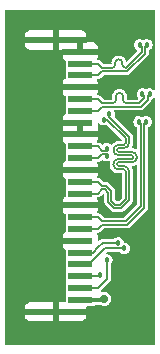
<source format=gbr>
%TF.GenerationSoftware,KiCad,Pcbnew,5.99.0-unknown-a71d856e94~131~ubuntu20.04.1*%
%TF.CreationDate,2021-09-22T11:48:57-07:00*%
%TF.ProjectId,mipi_converter,6d697069-5f63-46f6-9e76-65727465722e,rev?*%
%TF.SameCoordinates,Original*%
%TF.FileFunction,Copper,L2,Bot*%
%TF.FilePolarity,Positive*%
%FSLAX46Y46*%
G04 Gerber Fmt 4.6, Leading zero omitted, Abs format (unit mm)*
G04 Created by KiCad (PCBNEW 5.99.0-unknown-a71d856e94~131~ubuntu20.04.1) date 2021-09-22 11:48:57*
%MOMM*%
%LPD*%
G01*
G04 APERTURE LIST*
%TA.AperFunction,SMDPad,CuDef*%
%ADD10R,2.000000X0.600000*%
%TD*%
%TA.AperFunction,SMDPad,CuDef*%
%ADD11R,4.200000X0.600000*%
%TD*%
%TA.AperFunction,ViaPad*%
%ADD12C,0.457200*%
%TD*%
%TA.AperFunction,ViaPad*%
%ADD13C,0.711200*%
%TD*%
%TA.AperFunction,Conductor*%
%ADD14C,0.127000*%
%TD*%
%TA.AperFunction,Conductor*%
%ADD15C,0.304800*%
%TD*%
%TA.AperFunction,Conductor*%
%ADD16C,0.177800*%
%TD*%
G04 APERTURE END LIST*
D10*
%TO.P,U3,1,3V3*%
%TO.N,+3V3*%
X77875000Y-76950000D03*
%TO.P,U3,2,SDA*%
%TO.N,/I2C_SDA*%
X77875000Y-75950000D03*
%TO.P,U3,3,SCL*%
%TO.N,/I2C_SCL*%
X77875000Y-74950000D03*
%TO.P,U3,4,GPIO*%
%TO.N,/CAM_IN1*%
X77875000Y-73950000D03*
%TO.P,U3,5,ENABLE*%
%TO.N,/CAM_IN0*%
X77875000Y-72950000D03*
%TO.P,U3,6,GND*%
%TO.N,GND*%
X77875000Y-71950000D03*
%TO.P,U3,7,CLK+*%
%TO.N,/CLK_P*%
X77875000Y-70950000D03*
%TO.P,U3,8,CLK-*%
%TO.N,/CLK_N*%
X77875000Y-69950000D03*
%TO.P,U3,9,GND*%
%TO.N,GND*%
X77875000Y-68950000D03*
%TO.P,U3,10,DAT1+*%
%TO.N,/DAT1_P*%
X77875000Y-67950000D03*
%TO.P,U3,11,DAT1-*%
%TO.N,/DAT1_N*%
X77875000Y-66950000D03*
%TO.P,U3,12,GND*%
%TO.N,GND*%
X77875000Y-65950000D03*
%TO.P,U3,13,DAT0+*%
%TO.N,/DAT0_P*%
X77875000Y-64950000D03*
%TO.P,U3,14,DAT0-*%
%TO.N,/DAT0_N*%
X77875000Y-63950000D03*
%TO.P,U3,15,GND*%
%TO.N,GND*%
X77875000Y-62950000D03*
%TO.P,U3,16,GND/PAD*%
X77875000Y-61950000D03*
%TO.P,U3,17,DAT2+*%
%TO.N,/DAT2_P*%
X77875000Y-60950000D03*
%TO.P,U3,18,DAT2-*%
%TO.N,/DAT2_N*%
X77875000Y-59950000D03*
%TO.P,U3,19,GND*%
%TO.N,GND*%
X77875000Y-58950000D03*
%TO.P,U3,20,DAT3+*%
%TO.N,/DAT3_P*%
X77875000Y-57950000D03*
%TO.P,U3,21,DAT3-*%
%TO.N,/DAT3_N*%
X77875000Y-56950000D03*
%TO.P,U3,22,GND*%
%TO.N,GND*%
X77875000Y-55950000D03*
D11*
%TO.P,U3,23,PAD*%
X75775000Y-54950000D03*
X75775000Y-77950000D03*
%TD*%
D12*
%TO.N,GND*%
X73040000Y-74900000D03*
X75360000Y-76230000D03*
%TO.N,/DAT0_P*%
X80090000Y-64754800D03*
%TO.N,/DAT0_N*%
X80090000Y-64145200D03*
%TO.N,/DAT1_P*%
X80315527Y-61254473D03*
%TO.N,/DAT1_N*%
X79884473Y-61685527D03*
%TO.N,/CLK_N*%
X82847127Y-61873899D03*
%TO.N,/CLK_P*%
X83456727Y-61873899D03*
%TO.N,/DAT2_N*%
X83127398Y-59513546D03*
%TO.N,/DAT2_P*%
X83736998Y-59513546D03*
%TO.N,/DAT3_N*%
X82895200Y-55360000D03*
%TO.N,/DAT3_P*%
X83504800Y-55360000D03*
D13*
%TO.N,+3V3*%
X79870000Y-76860000D03*
D12*
%TO.N,/CAM_IN0*%
X81070000Y-72130000D03*
%TO.N,/CAM_IN1*%
X81580000Y-72600000D03*
%TO.N,/I2C_SDA*%
X80110000Y-73570000D03*
%TO.N,/I2C_SCL*%
X79530000Y-74830000D03*
%TD*%
D14*
%TO.N,/DAT3_N*%
X81432134Y-57010300D02*
G75*
G03*
X81732134Y-57310300I300000J0D01*
G01*
X81432134Y-57010300D02*
X81432134Y-56889850D01*
X80482134Y-57310300D02*
X79735301Y-57310300D01*
X81132134Y-56589850D02*
G75*
G02*
X81432134Y-56889850I0J-300000D01*
G01*
X80832134Y-56889850D02*
G75*
G02*
X81132134Y-56589850I300000J0D01*
G01*
X80532134Y-57310300D02*
X80482134Y-57310300D01*
X79375001Y-56950000D02*
X77875000Y-56950000D01*
X80532134Y-57310300D02*
G75*
G03*
X80832134Y-57010300I0J300000D01*
G01*
X82895200Y-55360000D02*
X83060300Y-55525100D01*
X80832134Y-56889850D02*
X80832134Y-57010300D01*
X83060300Y-55525100D02*
X83060300Y-55982134D01*
X83060300Y-55982134D02*
X81732134Y-57310300D01*
X79735301Y-57310300D02*
X79375001Y-56950000D01*
%TO.N,/DAT2_N*%
X83292498Y-59889936D02*
X83292498Y-59678646D01*
X82872134Y-60310300D02*
X83292498Y-59889936D01*
X81790300Y-60310300D02*
X81840300Y-60310300D01*
X81490300Y-59714850D02*
X81490300Y-60010300D01*
X80890300Y-60010300D02*
X80890300Y-59714850D01*
X79735301Y-60310300D02*
X80590300Y-60310300D01*
X80890300Y-60010300D02*
G75*
G02*
X80590300Y-60310300I-300000J0D01*
G01*
X83292498Y-59678646D02*
X83127398Y-59513546D01*
X77875000Y-59950000D02*
X79375001Y-59950000D01*
X79375001Y-59950000D02*
X79735301Y-60310300D01*
X81790300Y-60310300D02*
G75*
G02*
X81490300Y-60010300I0J300000D01*
G01*
X81840300Y-60310300D02*
X82872134Y-60310300D01*
X81490300Y-59714850D02*
G75*
G03*
X81190300Y-59414850I-300000J0D01*
G01*
X81190300Y-59414850D02*
G75*
G03*
X80890300Y-59714850I0J-300000D01*
G01*
%TO.N,/DAT1_N*%
X80668646Y-64269700D02*
G75*
G02*
X81108346Y-63830000I439699J1D01*
G01*
%TO.N,/DAT1_P*%
X79735301Y-67589700D02*
X79375001Y-67950000D01*
X80230300Y-67887866D02*
X79932134Y-67589700D01*
X81560000Y-64430000D02*
X82255677Y-64430000D01*
%TO.N,/DAT1_N*%
X81108346Y-64709400D02*
G75*
G02*
X80668646Y-64269700I-1J439699D01*
G01*
X81560000Y-63830000D02*
G75*
G03*
X81720300Y-63669700I-1J160301D01*
G01*
%TO.N,/DAT1_P*%
X81338612Y-69178954D02*
X80710436Y-69178954D01*
%TO.N,/DAT1_N*%
X81108346Y-65909400D02*
X81560000Y-65909400D01*
%TO.N,/DAT1_P*%
X81999700Y-66069700D02*
X81999700Y-68517866D01*
X81108346Y-65630000D02*
X81560000Y-65630000D01*
X81999700Y-68517866D02*
X81338612Y-69178954D01*
X81999700Y-65309400D02*
X81108346Y-65309400D01*
X80230300Y-68698818D02*
X80230300Y-67887866D01*
X82255677Y-65309400D02*
X81999700Y-65309400D01*
X81560000Y-64109400D02*
G75*
G03*
X81999700Y-63669700I1J439699D01*
G01*
X80948046Y-64269700D02*
G75*
G02*
X81108346Y-64109400I160301J-1D01*
G01*
X81108346Y-65630000D02*
G75*
G02*
X80948046Y-65469700I1J160301D01*
G01*
%TO.N,/DAT1_N*%
X81720300Y-66069700D02*
G75*
G03*
X81560000Y-65909400I-160301J-1D01*
G01*
X82255677Y-65030000D02*
X81999700Y-65030000D01*
%TO.N,/DAT1_P*%
X82651354Y-64825677D02*
G75*
G03*
X82255677Y-64430000I-395677J0D01*
G01*
X80315527Y-61487961D02*
X81999700Y-63172134D01*
X82255677Y-65309400D02*
G75*
G03*
X82651354Y-64913723I0J395677D01*
G01*
X80315527Y-61254473D02*
X80315527Y-61487961D01*
X81999700Y-63172134D02*
X81999700Y-63669700D01*
X80948046Y-65469700D02*
G75*
G02*
X81108346Y-65309400I160301J-1D01*
G01*
X81108346Y-64430000D02*
X81560000Y-64430000D01*
X79375001Y-67950000D02*
X77875000Y-67950000D01*
X79932134Y-67589700D02*
X79735301Y-67589700D01*
X81999700Y-66069700D02*
G75*
G03*
X81560000Y-65630000I-439699J1D01*
G01*
X80710436Y-69178954D02*
X80230300Y-68698818D01*
%TO.N,/DAT1_N*%
X81720300Y-63287866D02*
X81720300Y-63669700D01*
%TO.N,/DAT1_P*%
X82651354Y-64825677D02*
X82651354Y-64913723D01*
%TO.N,/DAT1_N*%
X81999700Y-65030000D02*
X81108346Y-65030000D01*
%TO.N,/DAT1_P*%
X81108346Y-64430000D02*
G75*
G02*
X80948046Y-64269700I1J160301D01*
G01*
X81560000Y-64109400D02*
X81108346Y-64109400D01*
%TO.N,/DAT1_N*%
X79884473Y-61685527D02*
X80117961Y-61685527D01*
X82371954Y-64825677D02*
G75*
G03*
X82255677Y-64709400I-116278J-1D01*
G01*
X82255677Y-65030000D02*
G75*
G03*
X82371954Y-64913723I-1J116278D01*
G01*
X80668646Y-65469700D02*
G75*
G02*
X81108346Y-65030000I439699J1D01*
G01*
X81108346Y-64709400D02*
X81560000Y-64709400D01*
X81108346Y-65909400D02*
G75*
G02*
X80668646Y-65469700I-1J439699D01*
G01*
X80509700Y-68583086D02*
X80509700Y-67772134D01*
X80509700Y-67772134D02*
X80047866Y-67310300D01*
X80117961Y-61685527D02*
X81720300Y-63287866D01*
X81560000Y-63830000D02*
X81108346Y-63830000D01*
X79375001Y-66950000D02*
X77875000Y-66950000D01*
X81560000Y-64709400D02*
X82255677Y-64709400D01*
X82371954Y-64825677D02*
X82371954Y-64913723D01*
X81720300Y-66069700D02*
X81720300Y-68402134D01*
X81720300Y-68402134D02*
X81222880Y-68899554D01*
X81222880Y-68899554D02*
X80826168Y-68899554D01*
X80826168Y-68899554D02*
X80509700Y-68583086D01*
X80047866Y-67310300D02*
X79735301Y-67310300D01*
X79735301Y-67310300D02*
X79375001Y-66950000D01*
%TO.N,/DAT0_N*%
X79375001Y-63950000D02*
X79735301Y-64310300D01*
%TO.N,/DAT0_P*%
X77875000Y-64950000D02*
X79375001Y-64950000D01*
X79375001Y-64950000D02*
X79735301Y-64589700D01*
%TO.N,/DAT0_N*%
X79924900Y-64310300D02*
X80090000Y-64145200D01*
%TO.N,/DAT0_P*%
X79735301Y-64589700D02*
X79924900Y-64589700D01*
X79924900Y-64589700D02*
X80090000Y-64754800D01*
%TO.N,/DAT0_N*%
X77875000Y-63950000D02*
X79375001Y-63950000D01*
X79735301Y-64310300D02*
X79924900Y-64310300D01*
%TO.N,/CLK_P*%
X77875000Y-70950000D02*
X79375001Y-70950000D01*
%TO.N,/CLK_N*%
X83012227Y-69020207D02*
X83012227Y-62038999D01*
%TO.N,/CLK_P*%
X83291627Y-62038999D02*
X83456727Y-61873899D01*
X79375001Y-70950000D02*
X79735301Y-70589700D01*
X79735301Y-70589700D02*
X81837866Y-70589700D01*
X81837866Y-70589700D02*
X83291627Y-69135939D01*
X83291627Y-69135939D02*
X83291627Y-62038999D01*
%TO.N,/CLK_N*%
X79735301Y-70310300D02*
X81722134Y-70310300D01*
X77875000Y-69950000D02*
X79375001Y-69950000D01*
X79375001Y-69950000D02*
X79735301Y-70310300D01*
X81722134Y-70310300D02*
X83012227Y-69020207D01*
X83012227Y-62038999D02*
X82847127Y-61873899D01*
%TO.N,/DAT2_P*%
X83571898Y-59678646D02*
X83736998Y-59513546D01*
X83571898Y-60005668D02*
X83571898Y-59678646D01*
X79735301Y-60589700D02*
X82987866Y-60589700D01*
X77875000Y-60950000D02*
X79375001Y-60950000D01*
X82987866Y-60589700D02*
X83571898Y-60005668D01*
X79375001Y-60950000D02*
X79735301Y-60589700D01*
%TO.N,/DAT3_P*%
X83339700Y-55525100D02*
X83339700Y-56097866D01*
X83504800Y-55360000D02*
X83339700Y-55525100D01*
X81847866Y-57589700D02*
X79735301Y-57589700D01*
X83339700Y-56097866D02*
X81847866Y-57589700D01*
X79735301Y-57589700D02*
X79375001Y-57950000D01*
X79375001Y-57950000D02*
X77875000Y-57950000D01*
D15*
%TO.N,+3V3*%
X77875000Y-76950000D02*
X79780000Y-76950000D01*
X79780000Y-76950000D02*
X79870000Y-76860000D01*
D16*
%TO.N,/CAM_IN0*%
X79770000Y-72130000D02*
X81070000Y-72130000D01*
X79390000Y-72510000D02*
X79770000Y-72130000D01*
X77875000Y-72950000D02*
X78950000Y-72950000D01*
X78950000Y-72950000D02*
X79390000Y-72510000D01*
%TO.N,/CAM_IN1*%
X79925000Y-72600000D02*
X81580000Y-72600000D01*
X78575000Y-73950000D02*
X79925000Y-72600000D01*
X77875000Y-73950000D02*
X78575000Y-73950000D01*
%TO.N,/I2C_SDA*%
X80110000Y-73570000D02*
X80110000Y-75190000D01*
%TO.N,/I2C_SCL*%
X77875000Y-74950000D02*
X79410000Y-74950000D01*
X79410000Y-74950000D02*
X79530000Y-74830000D01*
%TO.N,/I2C_SDA*%
X80110000Y-75190000D02*
X79350000Y-75950000D01*
X79350000Y-75950000D02*
X77875000Y-75950000D01*
%TD*%
%TA.AperFunction,Conductor*%
%TO.N,GND*%
G36*
X84187694Y-52402306D02*
G01*
X84206000Y-52446500D01*
X84206000Y-59149419D01*
X84187694Y-59193613D01*
X84143500Y-59211919D01*
X84096152Y-59190216D01*
X84060748Y-59149128D01*
X84060746Y-59149126D01*
X84057842Y-59145756D01*
X83941719Y-59070489D01*
X83809139Y-59030839D01*
X83739950Y-59030417D01*
X83675213Y-59030021D01*
X83675212Y-59030021D01*
X83670760Y-59029994D01*
X83537705Y-59068021D01*
X83498284Y-59092894D01*
X83465403Y-59113640D01*
X83418258Y-59121741D01*
X83398058Y-59113228D01*
X83335859Y-59072912D01*
X83335853Y-59072909D01*
X83332119Y-59070489D01*
X83199539Y-59030839D01*
X83130350Y-59030417D01*
X83065613Y-59030021D01*
X83065612Y-59030021D01*
X83061160Y-59029994D01*
X82928105Y-59068021D01*
X82811071Y-59141864D01*
X82808128Y-59145196D01*
X82808126Y-59145198D01*
X82745216Y-59216431D01*
X82719467Y-59245586D01*
X82717575Y-59249616D01*
X82662548Y-59366818D01*
X82662547Y-59366821D01*
X82660656Y-59370849D01*
X82639366Y-59507583D01*
X82657309Y-59644797D01*
X82659102Y-59648872D01*
X82698005Y-59737285D01*
X82713042Y-59771460D01*
X82715906Y-59774867D01*
X82789516Y-59862437D01*
X82803940Y-59908046D01*
X82785867Y-59946847D01*
X82758720Y-59973994D01*
X82714526Y-59992300D01*
X81870800Y-59992300D01*
X81826606Y-59973994D01*
X81808300Y-59929800D01*
X81808300Y-59748138D01*
X81809250Y-59737285D01*
X81809320Y-59736891D01*
X81813206Y-59714850D01*
X81810783Y-59701110D01*
X81810230Y-59697275D01*
X81797010Y-59579948D01*
X81797010Y-59579946D01*
X81796617Y-59576462D01*
X81750622Y-59445013D01*
X81676529Y-59327095D01*
X81578055Y-59228621D01*
X81460137Y-59154528D01*
X81328688Y-59108533D01*
X81325204Y-59108140D01*
X81325202Y-59108140D01*
X81207875Y-59094920D01*
X81204040Y-59094367D01*
X81190300Y-59091944D01*
X81176560Y-59094367D01*
X81172725Y-59094920D01*
X81055398Y-59108140D01*
X81055396Y-59108140D01*
X81051912Y-59108533D01*
X80920463Y-59154528D01*
X80802545Y-59228621D01*
X80704071Y-59327095D01*
X80629978Y-59445013D01*
X80583983Y-59576462D01*
X80583590Y-59579946D01*
X80583590Y-59579948D01*
X80570370Y-59697275D01*
X80569817Y-59701110D01*
X80567394Y-59714850D01*
X80571281Y-59736891D01*
X80571350Y-59737285D01*
X80572300Y-59748138D01*
X80572300Y-59929800D01*
X80553994Y-59973994D01*
X80509800Y-59992300D01*
X79892909Y-59992300D01*
X79848715Y-59973994D01*
X79611612Y-59736891D01*
X79607928Y-59732871D01*
X79601669Y-59725412D01*
X79582561Y-59702640D01*
X79577828Y-59699907D01*
X79577825Y-59699905D01*
X79548391Y-59682912D01*
X79543797Y-59679986D01*
X79511467Y-59657348D01*
X79506191Y-59655934D01*
X79506190Y-59655934D01*
X79505966Y-59655874D01*
X79505695Y-59655801D01*
X79490613Y-59649554D01*
X79485441Y-59646568D01*
X79446581Y-59639716D01*
X79441259Y-59638536D01*
X79403144Y-59628323D01*
X79366381Y-59631539D01*
X79363836Y-59631762D01*
X79358389Y-59632000D01*
X79348538Y-59632000D01*
X79304344Y-59613694D01*
X79286038Y-59569500D01*
X79298525Y-59532017D01*
X79322501Y-59500026D01*
X79326736Y-59492291D01*
X79374877Y-59363875D01*
X79376675Y-59356311D01*
X79382817Y-59299770D01*
X79383000Y-59296402D01*
X79383000Y-59216431D01*
X79379359Y-59207641D01*
X79370569Y-59204000D01*
X76379432Y-59204000D01*
X76370642Y-59207641D01*
X76367001Y-59216431D01*
X76367001Y-59296396D01*
X76367183Y-59299766D01*
X76373325Y-59356310D01*
X76375124Y-59363878D01*
X76423264Y-59492291D01*
X76427499Y-59500026D01*
X76509428Y-59609344D01*
X76515656Y-59615572D01*
X76595483Y-59675399D01*
X76619869Y-59716552D01*
X76620500Y-59725412D01*
X76620501Y-60023887D01*
X76620501Y-60275066D01*
X76621100Y-60278075D01*
X76621100Y-60278080D01*
X76629101Y-60318307D01*
X76635266Y-60349301D01*
X76655281Y-60379256D01*
X76679350Y-60415277D01*
X76688682Y-60462193D01*
X76679350Y-60484723D01*
X76635266Y-60550699D01*
X76634065Y-60556738D01*
X76622736Y-60613694D01*
X76620500Y-60624933D01*
X76620501Y-60948261D01*
X76620501Y-61174587D01*
X76602195Y-61218781D01*
X76595484Y-61224600D01*
X76515656Y-61284428D01*
X76509428Y-61290656D01*
X76427499Y-61399974D01*
X76423264Y-61407709D01*
X76375123Y-61536125D01*
X76373325Y-61543689D01*
X76367183Y-61600230D01*
X76367000Y-61603598D01*
X76367000Y-61683569D01*
X76370641Y-61692359D01*
X76379431Y-61696000D01*
X78066500Y-61696000D01*
X78110694Y-61714306D01*
X78129000Y-61758500D01*
X78129000Y-62683569D01*
X78132641Y-62692359D01*
X78141431Y-62696000D01*
X79370568Y-62696000D01*
X79379358Y-62692359D01*
X79382999Y-62683569D01*
X79382999Y-62603604D01*
X79382817Y-62600234D01*
X79376675Y-62543690D01*
X79374876Y-62536121D01*
X79350815Y-62471939D01*
X79350815Y-62428061D01*
X79374877Y-62363875D01*
X79376675Y-62356311D01*
X79382817Y-62299770D01*
X79383000Y-62296402D01*
X79383000Y-62011287D01*
X79401306Y-61967093D01*
X79445500Y-61948787D01*
X79489694Y-61967093D01*
X79493337Y-61971065D01*
X79559160Y-62049370D01*
X79562865Y-62051836D01*
X79562867Y-62051838D01*
X79654916Y-62113111D01*
X79674354Y-62126050D01*
X79806440Y-62167317D01*
X79810890Y-62167399D01*
X79810893Y-62167399D01*
X79940352Y-62169771D01*
X79940355Y-62169771D01*
X79944799Y-62169852D01*
X80073069Y-62134882D01*
X80120521Y-62140919D01*
X80133701Y-62150987D01*
X81383994Y-63401280D01*
X81402300Y-63445474D01*
X81402300Y-63449500D01*
X81383994Y-63493694D01*
X81339800Y-63512000D01*
X81141635Y-63512000D01*
X81130782Y-63511050D01*
X81125605Y-63510137D01*
X81108347Y-63507094D01*
X81094762Y-63509490D01*
X81090053Y-63510136D01*
X81037877Y-63515275D01*
X80962863Y-63522662D01*
X80962859Y-63522663D01*
X80959811Y-63522963D01*
X80816984Y-63566289D01*
X80810977Y-63569500D01*
X80688066Y-63635197D01*
X80688063Y-63635199D01*
X80685354Y-63636647D01*
X80569979Y-63731333D01*
X80568034Y-63733703D01*
X80520129Y-63792075D01*
X80477942Y-63814624D01*
X80432166Y-63800738D01*
X80424476Y-63793231D01*
X80410844Y-63777410D01*
X80294721Y-63702143D01*
X80162141Y-63662493D01*
X80092951Y-63662070D01*
X80028215Y-63661675D01*
X80028214Y-63661675D01*
X80023762Y-63661648D01*
X79890707Y-63699675D01*
X79773673Y-63773518D01*
X79770730Y-63776850D01*
X79770728Y-63776852D01*
X79758866Y-63790284D01*
X79715890Y-63811291D01*
X79667826Y-63793105D01*
X79611612Y-63736891D01*
X79607928Y-63732871D01*
X79586075Y-63706828D01*
X79586076Y-63706828D01*
X79582561Y-63702640D01*
X79577828Y-63699907D01*
X79577825Y-63699905D01*
X79548391Y-63682912D01*
X79543797Y-63679986D01*
X79511467Y-63657348D01*
X79506191Y-63655934D01*
X79506190Y-63655934D01*
X79505966Y-63655874D01*
X79505695Y-63655801D01*
X79490613Y-63649554D01*
X79485441Y-63646568D01*
X79446581Y-63639716D01*
X79441259Y-63638536D01*
X79434209Y-63636647D01*
X79403144Y-63628323D01*
X79366381Y-63631539D01*
X79363836Y-63631762D01*
X79358389Y-63632000D01*
X79348538Y-63632000D01*
X79304344Y-63613694D01*
X79286038Y-63569500D01*
X79298525Y-63532017D01*
X79322501Y-63500026D01*
X79326736Y-63492291D01*
X79374877Y-63363875D01*
X79376675Y-63356311D01*
X79382817Y-63299770D01*
X79383000Y-63296402D01*
X79383000Y-63216431D01*
X79379359Y-63207641D01*
X79370569Y-63204000D01*
X76379432Y-63204000D01*
X76370642Y-63207641D01*
X76367001Y-63216431D01*
X76367001Y-63296396D01*
X76367183Y-63299766D01*
X76373325Y-63356310D01*
X76375124Y-63363878D01*
X76423264Y-63492291D01*
X76427499Y-63500026D01*
X76509428Y-63609344D01*
X76515656Y-63615572D01*
X76595483Y-63675399D01*
X76619869Y-63716552D01*
X76620500Y-63725412D01*
X76620501Y-64019401D01*
X76620501Y-64275066D01*
X76621100Y-64278075D01*
X76621100Y-64278080D01*
X76629101Y-64318307D01*
X76635266Y-64349301D01*
X76655281Y-64379256D01*
X76679350Y-64415277D01*
X76688682Y-64462193D01*
X76679350Y-64484723D01*
X76635266Y-64550699D01*
X76634065Y-64556738D01*
X76622736Y-64613694D01*
X76620500Y-64624933D01*
X76620501Y-64931333D01*
X76620501Y-65174587D01*
X76602195Y-65218781D01*
X76595484Y-65224600D01*
X76515656Y-65284428D01*
X76509428Y-65290656D01*
X76427499Y-65399974D01*
X76423264Y-65407709D01*
X76375123Y-65536125D01*
X76373325Y-65543689D01*
X76367183Y-65600230D01*
X76367000Y-65603598D01*
X76367000Y-65683569D01*
X76370641Y-65692359D01*
X76379431Y-65696000D01*
X79370568Y-65696000D01*
X79379358Y-65692359D01*
X79382999Y-65683569D01*
X79382999Y-65603604D01*
X79382817Y-65600234D01*
X79376675Y-65543690D01*
X79374876Y-65536122D01*
X79326736Y-65407709D01*
X79322501Y-65399974D01*
X79298525Y-65367983D01*
X79286669Y-65321640D01*
X79311055Y-65280487D01*
X79348538Y-65268000D01*
X79358389Y-65268000D01*
X79363837Y-65268238D01*
X79403144Y-65271677D01*
X79441260Y-65261464D01*
X79446582Y-65260284D01*
X79480053Y-65254382D01*
X79485441Y-65253432D01*
X79490613Y-65250446D01*
X79505695Y-65244199D01*
X79505966Y-65244126D01*
X79506190Y-65244066D01*
X79506191Y-65244066D01*
X79511467Y-65242652D01*
X79518177Y-65237954D01*
X79527538Y-65231399D01*
X79543797Y-65220014D01*
X79548391Y-65217088D01*
X79577825Y-65200095D01*
X79577828Y-65200093D01*
X79582561Y-65197360D01*
X79607928Y-65167129D01*
X79611612Y-65163109D01*
X79666898Y-65107823D01*
X79711092Y-65089517D01*
X79755286Y-65107823D01*
X79758932Y-65111798D01*
X79761820Y-65115233D01*
X79761822Y-65115235D01*
X79764687Y-65118643D01*
X79768392Y-65121109D01*
X79768394Y-65121111D01*
X79782227Y-65130319D01*
X79879881Y-65195323D01*
X80011967Y-65236590D01*
X80016417Y-65236672D01*
X80016420Y-65236672D01*
X80145879Y-65239044D01*
X80145882Y-65239044D01*
X80150326Y-65239125D01*
X80231158Y-65217088D01*
X80279537Y-65203899D01*
X80279539Y-65203898D01*
X80283835Y-65202727D01*
X80287632Y-65200395D01*
X80291173Y-65198863D01*
X80339002Y-65198110D01*
X80373355Y-65231399D01*
X80375805Y-65274364D01*
X80363499Y-65314934D01*
X80361609Y-65321165D01*
X80361309Y-65324213D01*
X80361308Y-65324217D01*
X80348784Y-65451390D01*
X80348135Y-65456116D01*
X80345740Y-65469699D01*
X80345740Y-65469701D01*
X80346214Y-65472388D01*
X80346214Y-65472390D01*
X80348135Y-65483281D01*
X80348784Y-65488010D01*
X80359836Y-65600230D01*
X80361609Y-65618235D01*
X80404935Y-65761062D01*
X80475293Y-65892692D01*
X80569979Y-66008067D01*
X80685354Y-66102753D01*
X80688063Y-66104201D01*
X80688066Y-66104203D01*
X80751169Y-66137932D01*
X80816984Y-66173111D01*
X80959811Y-66216437D01*
X80962859Y-66216737D01*
X80962863Y-66216738D01*
X81037877Y-66224125D01*
X81090053Y-66229264D01*
X81094762Y-66229910D01*
X81108347Y-66232306D01*
X81130783Y-66228350D01*
X81141635Y-66227400D01*
X81339800Y-66227400D01*
X81383994Y-66245706D01*
X81402300Y-66289900D01*
X81402300Y-68244526D01*
X81383994Y-68288720D01*
X81109466Y-68563248D01*
X81065272Y-68581554D01*
X80983776Y-68581554D01*
X80939582Y-68563248D01*
X80846006Y-68469672D01*
X80827700Y-68425478D01*
X80827700Y-67788746D01*
X80827938Y-67783299D01*
X80830900Y-67749438D01*
X80831377Y-67743991D01*
X80821164Y-67705875D01*
X80819984Y-67700553D01*
X80814082Y-67667082D01*
X80813132Y-67661694D01*
X80810146Y-67656522D01*
X80803898Y-67641439D01*
X80803766Y-67640945D01*
X80803766Y-67640944D01*
X80802352Y-67635668D01*
X80779714Y-67603338D01*
X80776788Y-67598744D01*
X80759795Y-67569310D01*
X80759793Y-67569307D01*
X80757060Y-67564574D01*
X80726829Y-67539207D01*
X80722809Y-67535523D01*
X80284477Y-67097191D01*
X80280793Y-67093171D01*
X80258940Y-67067128D01*
X80258941Y-67067128D01*
X80255426Y-67062940D01*
X80250693Y-67060207D01*
X80250690Y-67060205D01*
X80221256Y-67043212D01*
X80216662Y-67040286D01*
X80184332Y-67017648D01*
X80179056Y-67016234D01*
X80179055Y-67016234D01*
X80178831Y-67016174D01*
X80178560Y-67016101D01*
X80163478Y-67009854D01*
X80158306Y-67006868D01*
X80119446Y-67000016D01*
X80114124Y-66998836D01*
X80076009Y-66988623D01*
X80039246Y-66991839D01*
X80036701Y-66992062D01*
X80031254Y-66992300D01*
X79892909Y-66992300D01*
X79848715Y-66973994D01*
X79611612Y-66736891D01*
X79607928Y-66732871D01*
X79586075Y-66706828D01*
X79586076Y-66706828D01*
X79582561Y-66702640D01*
X79577828Y-66699907D01*
X79577825Y-66699905D01*
X79548391Y-66682912D01*
X79543797Y-66679986D01*
X79511467Y-66657348D01*
X79506191Y-66655934D01*
X79506190Y-66655934D01*
X79505966Y-66655874D01*
X79505695Y-66655801D01*
X79490613Y-66649554D01*
X79485441Y-66646568D01*
X79446581Y-66639716D01*
X79441259Y-66638536D01*
X79403144Y-66628323D01*
X79366381Y-66631539D01*
X79363836Y-66631762D01*
X79358389Y-66632000D01*
X79348538Y-66632000D01*
X79304344Y-66613694D01*
X79286038Y-66569500D01*
X79298525Y-66532017D01*
X79322501Y-66500026D01*
X79326736Y-66492291D01*
X79374877Y-66363875D01*
X79376675Y-66356311D01*
X79382817Y-66299770D01*
X79383000Y-66296402D01*
X79383000Y-66216431D01*
X79379359Y-66207641D01*
X79370569Y-66204000D01*
X76379432Y-66204000D01*
X76370642Y-66207641D01*
X76367001Y-66216431D01*
X76367001Y-66296396D01*
X76367183Y-66299766D01*
X76373325Y-66356310D01*
X76375124Y-66363878D01*
X76423264Y-66492291D01*
X76427499Y-66500026D01*
X76509428Y-66609344D01*
X76515656Y-66615572D01*
X76595483Y-66675399D01*
X76619869Y-66716552D01*
X76620500Y-66725412D01*
X76620501Y-66998836D01*
X76620501Y-67275066D01*
X76621100Y-67278075D01*
X76621100Y-67278080D01*
X76629101Y-67318307D01*
X76635266Y-67349301D01*
X76655281Y-67379256D01*
X76679350Y-67415277D01*
X76688682Y-67462193D01*
X76679350Y-67484723D01*
X76642945Y-67539207D01*
X76635266Y-67550699D01*
X76634065Y-67556738D01*
X76622736Y-67613694D01*
X76620500Y-67624933D01*
X76620501Y-67941004D01*
X76620501Y-68174587D01*
X76602195Y-68218781D01*
X76595484Y-68224600D01*
X76515656Y-68284428D01*
X76509428Y-68290656D01*
X76427499Y-68399974D01*
X76423264Y-68407709D01*
X76375123Y-68536125D01*
X76373325Y-68543689D01*
X76367183Y-68600230D01*
X76367000Y-68603598D01*
X76367000Y-68683569D01*
X76370641Y-68692359D01*
X76379431Y-68696000D01*
X79370568Y-68696000D01*
X79379358Y-68692359D01*
X79382999Y-68683569D01*
X79382999Y-68603604D01*
X79382817Y-68600234D01*
X79376675Y-68543690D01*
X79374876Y-68536122D01*
X79326736Y-68407709D01*
X79322501Y-68399974D01*
X79298525Y-68367983D01*
X79286669Y-68321640D01*
X79311055Y-68280487D01*
X79348538Y-68268000D01*
X79358389Y-68268000D01*
X79363837Y-68268238D01*
X79403144Y-68271677D01*
X79441260Y-68261464D01*
X79446582Y-68260284D01*
X79480053Y-68254382D01*
X79485441Y-68253432D01*
X79490613Y-68250446D01*
X79505695Y-68244199D01*
X79505966Y-68244126D01*
X79506190Y-68244066D01*
X79506191Y-68244066D01*
X79511467Y-68242652D01*
X79543797Y-68220014D01*
X79548391Y-68217088D01*
X79577825Y-68200095D01*
X79577828Y-68200093D01*
X79582561Y-68197360D01*
X79607928Y-68167129D01*
X79611612Y-68163109D01*
X79789524Y-67985198D01*
X79833718Y-67966892D01*
X79877912Y-67985198D01*
X79893994Y-68001280D01*
X79912300Y-68045474D01*
X79912300Y-68682206D01*
X79912062Y-68687653D01*
X79908623Y-68726961D01*
X79910039Y-68732244D01*
X79918836Y-68765076D01*
X79920016Y-68770398D01*
X79926868Y-68809258D01*
X79929602Y-68813993D01*
X79929853Y-68814427D01*
X79936101Y-68829512D01*
X79937648Y-68835284D01*
X79956775Y-68862599D01*
X79960282Y-68867608D01*
X79963212Y-68872208D01*
X79980205Y-68901642D01*
X79980207Y-68901645D01*
X79982940Y-68906378D01*
X79987128Y-68909892D01*
X80013171Y-68931745D01*
X80017191Y-68935429D01*
X80473825Y-69392063D01*
X80477509Y-69396083D01*
X80502876Y-69426314D01*
X80507609Y-69429047D01*
X80507612Y-69429049D01*
X80537046Y-69446042D01*
X80541640Y-69448968D01*
X80573970Y-69471606D01*
X80579246Y-69473020D01*
X80579247Y-69473020D01*
X80579471Y-69473080D01*
X80579742Y-69473153D01*
X80594824Y-69479400D01*
X80599996Y-69482386D01*
X80605384Y-69483336D01*
X80638855Y-69489238D01*
X80644177Y-69490418D01*
X80682293Y-69500631D01*
X80721600Y-69497192D01*
X80727048Y-69496954D01*
X81322000Y-69496954D01*
X81327448Y-69497192D01*
X81366755Y-69500631D01*
X81404871Y-69490418D01*
X81410193Y-69489238D01*
X81443664Y-69483336D01*
X81449052Y-69482386D01*
X81454224Y-69479400D01*
X81469306Y-69473153D01*
X81469577Y-69473080D01*
X81469801Y-69473020D01*
X81469802Y-69473020D01*
X81475078Y-69471606D01*
X81507408Y-69448968D01*
X81512002Y-69446042D01*
X81541436Y-69429049D01*
X81541439Y-69429047D01*
X81546172Y-69426314D01*
X81571539Y-69396083D01*
X81575223Y-69392063D01*
X82212809Y-68754477D01*
X82216829Y-68750793D01*
X82242872Y-68728940D01*
X82247060Y-68725426D01*
X82249793Y-68720693D01*
X82249795Y-68720690D01*
X82266788Y-68691256D01*
X82269718Y-68686656D01*
X82270925Y-68684933D01*
X82292352Y-68654332D01*
X82293899Y-68648560D01*
X82300147Y-68633475D01*
X82300398Y-68633041D01*
X82303132Y-68628306D01*
X82309984Y-68589446D01*
X82311164Y-68584124D01*
X82319961Y-68551292D01*
X82321377Y-68546009D01*
X82317938Y-68506696D01*
X82317700Y-68501250D01*
X82317700Y-66102989D01*
X82318650Y-66092136D01*
X82321656Y-66075089D01*
X82322606Y-66069701D01*
X82320210Y-66056116D01*
X82319563Y-66051399D01*
X82307038Y-65924217D01*
X82307037Y-65924213D01*
X82306737Y-65921165D01*
X82263411Y-65778338D01*
X82232228Y-65719999D01*
X82227539Y-65672394D01*
X82257886Y-65635417D01*
X82281222Y-65628338D01*
X82392530Y-65617375D01*
X82392534Y-65617374D01*
X82395582Y-65617074D01*
X82530111Y-65576265D01*
X82575164Y-65552184D01*
X82602265Y-65537698D01*
X82649870Y-65533009D01*
X82686847Y-65563356D01*
X82694227Y-65592818D01*
X82694227Y-68862599D01*
X82675921Y-68906793D01*
X81608720Y-69973994D01*
X81564526Y-69992300D01*
X79892909Y-69992300D01*
X79848715Y-69973994D01*
X79611612Y-69736891D01*
X79607928Y-69732871D01*
X79586075Y-69706828D01*
X79586076Y-69706828D01*
X79582561Y-69702640D01*
X79577828Y-69699907D01*
X79577825Y-69699905D01*
X79548391Y-69682912D01*
X79543797Y-69679986D01*
X79511467Y-69657348D01*
X79506191Y-69655934D01*
X79506190Y-69655934D01*
X79505966Y-69655874D01*
X79505695Y-69655801D01*
X79490613Y-69649554D01*
X79485441Y-69646568D01*
X79446581Y-69639716D01*
X79441259Y-69638536D01*
X79403144Y-69628323D01*
X79366381Y-69631539D01*
X79363836Y-69631762D01*
X79358389Y-69632000D01*
X79348538Y-69632000D01*
X79304344Y-69613694D01*
X79286038Y-69569500D01*
X79298525Y-69532017D01*
X79322501Y-69500026D01*
X79326736Y-69492291D01*
X79374877Y-69363875D01*
X79376675Y-69356311D01*
X79382817Y-69299770D01*
X79383000Y-69296402D01*
X79383000Y-69216431D01*
X79379359Y-69207641D01*
X79370569Y-69204000D01*
X76379432Y-69204000D01*
X76370642Y-69207641D01*
X76367001Y-69216431D01*
X76367001Y-69296396D01*
X76367183Y-69299766D01*
X76373325Y-69356310D01*
X76375124Y-69363878D01*
X76423264Y-69492291D01*
X76427499Y-69500026D01*
X76509428Y-69609344D01*
X76515656Y-69615572D01*
X76595483Y-69675399D01*
X76619869Y-69716552D01*
X76620500Y-69725412D01*
X76620501Y-70255785D01*
X76620501Y-70275066D01*
X76621100Y-70278075D01*
X76621100Y-70278080D01*
X76629101Y-70318307D01*
X76635266Y-70349301D01*
X76655281Y-70379256D01*
X76679350Y-70415277D01*
X76688682Y-70462193D01*
X76679350Y-70484723D01*
X76635266Y-70550699D01*
X76634065Y-70556738D01*
X76622736Y-70613694D01*
X76620500Y-70624933D01*
X76620501Y-70926006D01*
X76620501Y-71174587D01*
X76602195Y-71218781D01*
X76595484Y-71224600D01*
X76515656Y-71284428D01*
X76509428Y-71290656D01*
X76427499Y-71399974D01*
X76423264Y-71407709D01*
X76375123Y-71536125D01*
X76373325Y-71543689D01*
X76367183Y-71600230D01*
X76367000Y-71603598D01*
X76367000Y-71683569D01*
X76370641Y-71692359D01*
X76379431Y-71696000D01*
X78066500Y-71696000D01*
X78110694Y-71714306D01*
X78129000Y-71758500D01*
X78129000Y-72141500D01*
X78110694Y-72185694D01*
X78066500Y-72204000D01*
X76379432Y-72204000D01*
X76370642Y-72207641D01*
X76367001Y-72216431D01*
X76367001Y-72296396D01*
X76367183Y-72299766D01*
X76373325Y-72356310D01*
X76375124Y-72363878D01*
X76423264Y-72492291D01*
X76427499Y-72500026D01*
X76509428Y-72609344D01*
X76515656Y-72615572D01*
X76595483Y-72675399D01*
X76619869Y-72716552D01*
X76620500Y-72725412D01*
X76620501Y-73023755D01*
X76620501Y-73275066D01*
X76621100Y-73278075D01*
X76621100Y-73278080D01*
X76626861Y-73307043D01*
X76635266Y-73349301D01*
X76638686Y-73354419D01*
X76679350Y-73415277D01*
X76688682Y-73462193D01*
X76679350Y-73484723D01*
X76635266Y-73550699D01*
X76620500Y-73624933D01*
X76620501Y-74275066D01*
X76635266Y-74349301D01*
X76650720Y-74372429D01*
X76679350Y-74415277D01*
X76688682Y-74462193D01*
X76679350Y-74484723D01*
X76664782Y-74506526D01*
X76635266Y-74550699D01*
X76620500Y-74624933D01*
X76620501Y-75275066D01*
X76621100Y-75278075D01*
X76621100Y-75278080D01*
X76631843Y-75332091D01*
X76635266Y-75349301D01*
X76650733Y-75372449D01*
X76679350Y-75415277D01*
X76688682Y-75462193D01*
X76679350Y-75484723D01*
X76635266Y-75550699D01*
X76634065Y-75556738D01*
X76624147Y-75606600D01*
X76620500Y-75624933D01*
X76620501Y-76275066D01*
X76621100Y-76278075D01*
X76621100Y-76278080D01*
X76624842Y-76296893D01*
X76635266Y-76349301D01*
X76639299Y-76355337D01*
X76679350Y-76415277D01*
X76688682Y-76462193D01*
X76679350Y-76484723D01*
X76640344Y-76543100D01*
X76635266Y-76550699D01*
X76620500Y-76624933D01*
X76620501Y-76874890D01*
X76620501Y-77079500D01*
X76602195Y-77123694D01*
X76558001Y-77142000D01*
X76041431Y-77142000D01*
X76032641Y-77145641D01*
X76029000Y-77154431D01*
X76029000Y-77683569D01*
X76032641Y-77692359D01*
X76041431Y-77696000D01*
X78370568Y-77696000D01*
X78379358Y-77692359D01*
X78382999Y-77683569D01*
X78382999Y-77603604D01*
X78382817Y-77600234D01*
X78379940Y-77573748D01*
X78393367Y-77527835D01*
X78435326Y-77504864D01*
X78442071Y-77504499D01*
X78900066Y-77504499D01*
X78903075Y-77503900D01*
X78903080Y-77503900D01*
X78968263Y-77490935D01*
X78974301Y-77489734D01*
X79058484Y-77433484D01*
X79091096Y-77384677D01*
X79130870Y-77358101D01*
X79143063Y-77356900D01*
X79490631Y-77356900D01*
X79520453Y-77364474D01*
X79576076Y-77394675D01*
X79643758Y-77431423D01*
X79647403Y-77432379D01*
X79647405Y-77432380D01*
X79782944Y-77467938D01*
X79786592Y-77468895D01*
X79865601Y-77470136D01*
X79930472Y-77471155D01*
X79930474Y-77471155D01*
X79934241Y-77471214D01*
X80078182Y-77438247D01*
X80081546Y-77436555D01*
X80081549Y-77436554D01*
X80184695Y-77384677D01*
X80210104Y-77371898D01*
X80212969Y-77369451D01*
X80212972Y-77369449D01*
X80319529Y-77278440D01*
X80319532Y-77278437D01*
X80322391Y-77275995D01*
X80324586Y-77272940D01*
X80324589Y-77272937D01*
X80406361Y-77159139D01*
X80406362Y-77159137D01*
X80408561Y-77156077D01*
X80463640Y-77019065D01*
X80484446Y-76872871D01*
X80484581Y-76860000D01*
X80466841Y-76713402D01*
X80414644Y-76575267D01*
X80331004Y-76453570D01*
X80220750Y-76355337D01*
X80090246Y-76286239D01*
X79947027Y-76250265D01*
X79943262Y-76250245D01*
X79943260Y-76250245D01*
X79870479Y-76249864D01*
X79799362Y-76249492D01*
X79795698Y-76250372D01*
X79795695Y-76250372D01*
X79668478Y-76280914D01*
X79621232Y-76273431D01*
X79593115Y-76234731D01*
X79600598Y-76187485D01*
X79609694Y-76175947D01*
X80340289Y-75445351D01*
X80344309Y-75441667D01*
X80372928Y-75417653D01*
X80377117Y-75414138D01*
X80398535Y-75377041D01*
X80401460Y-75372449D01*
X80422892Y-75341842D01*
X80422892Y-75341841D01*
X80426026Y-75337366D01*
X80427867Y-75330496D01*
X80434110Y-75315423D01*
X80437668Y-75309261D01*
X80445108Y-75267071D01*
X80446282Y-75261773D01*
X80457370Y-75220391D01*
X80453638Y-75177735D01*
X80453400Y-75172288D01*
X80453400Y-73934652D01*
X80469563Y-73892710D01*
X80511640Y-73846224D01*
X80514627Y-73842924D01*
X80574964Y-73718389D01*
X80577848Y-73701251D01*
X80597522Y-73584301D01*
X80597922Y-73581925D01*
X80598068Y-73570000D01*
X80578450Y-73433016D01*
X80521174Y-73307043D01*
X80430844Y-73202210D01*
X80314721Y-73126943D01*
X80182141Y-73087293D01*
X80074508Y-73086636D01*
X80030428Y-73068061D01*
X80012392Y-73023755D01*
X80030697Y-72979943D01*
X80048934Y-72961706D01*
X80093128Y-72943400D01*
X81208903Y-72943400D01*
X81250559Y-72959306D01*
X81251824Y-72960437D01*
X81254687Y-72963843D01*
X81258392Y-72966309D01*
X81258394Y-72966311D01*
X81344691Y-73023755D01*
X81369881Y-73040523D01*
X81501967Y-73081790D01*
X81506417Y-73081872D01*
X81506420Y-73081872D01*
X81635879Y-73084244D01*
X81635882Y-73084244D01*
X81640326Y-73084325D01*
X81699983Y-73068061D01*
X81769534Y-73049100D01*
X81769537Y-73049099D01*
X81773835Y-73047927D01*
X81777631Y-73045596D01*
X81777634Y-73045595D01*
X81887964Y-72977851D01*
X81891762Y-72975519D01*
X81984627Y-72872924D01*
X82044964Y-72748389D01*
X82057244Y-72675399D01*
X82059253Y-72663452D01*
X82067922Y-72611925D01*
X82068068Y-72600000D01*
X82048450Y-72463016D01*
X81991174Y-72337043D01*
X81900844Y-72232210D01*
X81784721Y-72156943D01*
X81652141Y-72117293D01*
X81610017Y-72117036D01*
X81565935Y-72098461D01*
X81548529Y-72063397D01*
X81539081Y-71997425D01*
X81538450Y-71993016D01*
X81481174Y-71867043D01*
X81390844Y-71762210D01*
X81274721Y-71686943D01*
X81142141Y-71647293D01*
X81072951Y-71646870D01*
X81008215Y-71646475D01*
X81008214Y-71646475D01*
X81003762Y-71646448D01*
X80870707Y-71684475D01*
X80753673Y-71758318D01*
X80750730Y-71761650D01*
X80750728Y-71761652D01*
X80747354Y-71765473D01*
X80700508Y-71786600D01*
X79787712Y-71786600D01*
X79782265Y-71786362D01*
X79779867Y-71786152D01*
X79739609Y-71782630D01*
X79698227Y-71793718D01*
X79692929Y-71794892D01*
X79650739Y-71802332D01*
X79644577Y-71805890D01*
X79629504Y-71812133D01*
X79622634Y-71813974D01*
X79618156Y-71817110D01*
X79618155Y-71817110D01*
X79587546Y-71838542D01*
X79582952Y-71841469D01*
X79545862Y-71862883D01*
X79542347Y-71867073D01*
X79542346Y-71867073D01*
X79518336Y-71895687D01*
X79514652Y-71899707D01*
X79489694Y-71924665D01*
X79445500Y-71942971D01*
X79401306Y-71924665D01*
X79383000Y-71880471D01*
X79382999Y-71603604D01*
X79382817Y-71600234D01*
X79376675Y-71543690D01*
X79374876Y-71536122D01*
X79326736Y-71407709D01*
X79322501Y-71399974D01*
X79298525Y-71367983D01*
X79286669Y-71321640D01*
X79311055Y-71280487D01*
X79348538Y-71268000D01*
X79358389Y-71268000D01*
X79363837Y-71268238D01*
X79403144Y-71271677D01*
X79441260Y-71261464D01*
X79446582Y-71260284D01*
X79480053Y-71254382D01*
X79485441Y-71253432D01*
X79490613Y-71250446D01*
X79505695Y-71244199D01*
X79505966Y-71244126D01*
X79506190Y-71244066D01*
X79506191Y-71244066D01*
X79511467Y-71242652D01*
X79543797Y-71220014D01*
X79548391Y-71217088D01*
X79577825Y-71200095D01*
X79577828Y-71200093D01*
X79582561Y-71197360D01*
X79607928Y-71167129D01*
X79611612Y-71163109D01*
X79848715Y-70926006D01*
X79892909Y-70907700D01*
X81821254Y-70907700D01*
X81826702Y-70907938D01*
X81866009Y-70911377D01*
X81904125Y-70901164D01*
X81909447Y-70899984D01*
X81942918Y-70894082D01*
X81948306Y-70893132D01*
X81953478Y-70890146D01*
X81968560Y-70883899D01*
X81968831Y-70883826D01*
X81969055Y-70883766D01*
X81969056Y-70883766D01*
X81974332Y-70882352D01*
X82006662Y-70859714D01*
X82011256Y-70856788D01*
X82040690Y-70839795D01*
X82040693Y-70839793D01*
X82045426Y-70837060D01*
X82070793Y-70806829D01*
X82074477Y-70802809D01*
X83504736Y-69372550D01*
X83508756Y-69368866D01*
X83523718Y-69356311D01*
X83538987Y-69343499D01*
X83541720Y-69338766D01*
X83541722Y-69338763D01*
X83558715Y-69309329D01*
X83561645Y-69304729D01*
X83565118Y-69299770D01*
X83584279Y-69272405D01*
X83585826Y-69266633D01*
X83592074Y-69251548D01*
X83592325Y-69251114D01*
X83595059Y-69246379D01*
X83601911Y-69207519D01*
X83603091Y-69202197D01*
X83611888Y-69169365D01*
X83613304Y-69164082D01*
X83609865Y-69124769D01*
X83609627Y-69119323D01*
X83609627Y-62379907D01*
X83627933Y-62335713D01*
X83646897Y-62322825D01*
X83650562Y-62321826D01*
X83768489Y-62249418D01*
X83861354Y-62146823D01*
X83921691Y-62022288D01*
X83924575Y-62005150D01*
X83944249Y-61888200D01*
X83944649Y-61885824D01*
X83944795Y-61873899D01*
X83925177Y-61736915D01*
X83867901Y-61610942D01*
X83777571Y-61506109D01*
X83661448Y-61430842D01*
X83528868Y-61391192D01*
X83459679Y-61390770D01*
X83394942Y-61390374D01*
X83394941Y-61390374D01*
X83390489Y-61390347D01*
X83257434Y-61428374D01*
X83220425Y-61451725D01*
X83185132Y-61473993D01*
X83137987Y-61482094D01*
X83117787Y-61473581D01*
X83055588Y-61433265D01*
X83055582Y-61433262D01*
X83051848Y-61430842D01*
X82919268Y-61391192D01*
X82850079Y-61390770D01*
X82785342Y-61390374D01*
X82785341Y-61390374D01*
X82780889Y-61390347D01*
X82647834Y-61428374D01*
X82530800Y-61502217D01*
X82527857Y-61505549D01*
X82527855Y-61505551D01*
X82494932Y-61542830D01*
X82439196Y-61605939D01*
X82437304Y-61609969D01*
X82382277Y-61727171D01*
X82382276Y-61727174D01*
X82380385Y-61731202D01*
X82359095Y-61867936D01*
X82359672Y-61872349D01*
X82359672Y-61872350D01*
X82361434Y-61885824D01*
X82377038Y-62005150D01*
X82378831Y-62009225D01*
X82430820Y-62127378D01*
X82432771Y-62131813D01*
X82521814Y-62237742D01*
X82525519Y-62240208D01*
X82525521Y-62240210D01*
X82609928Y-62296396D01*
X82637008Y-62314422D01*
X82650365Y-62318595D01*
X82687089Y-62349247D01*
X82694227Y-62378251D01*
X82694227Y-64146582D01*
X82675921Y-64190776D01*
X82631727Y-64209082D01*
X82602265Y-64201702D01*
X82575164Y-64187216D01*
X82530111Y-64163135D01*
X82395582Y-64122326D01*
X82392534Y-64122026D01*
X82392530Y-64122025D01*
X82281222Y-64111062D01*
X82239035Y-64088512D01*
X82225149Y-64042737D01*
X82232228Y-64019401D01*
X82261961Y-63963774D01*
X82263411Y-63961062D01*
X82306737Y-63818235D01*
X82308461Y-63800738D01*
X82317932Y-63704564D01*
X82319564Y-63687993D01*
X82320212Y-63683272D01*
X82320276Y-63682912D01*
X82322606Y-63669699D01*
X82318650Y-63647263D01*
X82317700Y-63636411D01*
X82317700Y-63188746D01*
X82317938Y-63183299D01*
X82320900Y-63149438D01*
X82321377Y-63143991D01*
X82311162Y-63105869D01*
X82309985Y-63100558D01*
X82304082Y-63067081D01*
X82303132Y-63061694D01*
X82300139Y-63056509D01*
X82293900Y-63041447D01*
X82293766Y-63040948D01*
X82292351Y-63035668D01*
X82269709Y-63003332D01*
X82266790Y-62998749D01*
X82249794Y-62969310D01*
X82247060Y-62964574D01*
X82216829Y-62939207D01*
X82212809Y-62935523D01*
X80779178Y-61501892D01*
X80760872Y-61457698D01*
X80767126Y-61430447D01*
X80780491Y-61402862D01*
X80782455Y-61391192D01*
X80795467Y-61313845D01*
X80803449Y-61266398D01*
X80803510Y-61261464D01*
X80803565Y-61256887D01*
X80803595Y-61254473D01*
X80783977Y-61117489D01*
X80728771Y-60996069D01*
X80727143Y-60948261D01*
X80759797Y-60913305D01*
X80785666Y-60907700D01*
X82971254Y-60907700D01*
X82976702Y-60907938D01*
X83016009Y-60911377D01*
X83054125Y-60901164D01*
X83059447Y-60899984D01*
X83092918Y-60894082D01*
X83098306Y-60893132D01*
X83103478Y-60890146D01*
X83118560Y-60883899D01*
X83118831Y-60883826D01*
X83119055Y-60883766D01*
X83119056Y-60883766D01*
X83124332Y-60882352D01*
X83156662Y-60859714D01*
X83161256Y-60856788D01*
X83190690Y-60839795D01*
X83190693Y-60839793D01*
X83195426Y-60837060D01*
X83220793Y-60806829D01*
X83224477Y-60802809D01*
X83785007Y-60242279D01*
X83789027Y-60238595D01*
X83815070Y-60216742D01*
X83819258Y-60213228D01*
X83821991Y-60208495D01*
X83821993Y-60208492D01*
X83838986Y-60179058D01*
X83841916Y-60174458D01*
X83861416Y-60146610D01*
X83861416Y-60146609D01*
X83864550Y-60142134D01*
X83866097Y-60136362D01*
X83872345Y-60121277D01*
X83872596Y-60120843D01*
X83875330Y-60116108D01*
X83882182Y-60077248D01*
X83883362Y-60071926D01*
X83892159Y-60039094D01*
X83893575Y-60033811D01*
X83892707Y-60023887D01*
X83907092Y-59978266D01*
X83928925Y-59961993D01*
X83930833Y-59961473D01*
X84048760Y-59889065D01*
X84097162Y-59835591D01*
X84140393Y-59815110D01*
X84185442Y-59831196D01*
X84206000Y-59877533D01*
X84206000Y-80673500D01*
X84187694Y-80717694D01*
X84143500Y-80736000D01*
X71546500Y-80736000D01*
X71502306Y-80717694D01*
X71484000Y-80673500D01*
X71484000Y-78216431D01*
X73167001Y-78216431D01*
X73167001Y-78296396D01*
X73167183Y-78299766D01*
X73173325Y-78356310D01*
X73175124Y-78363878D01*
X73223264Y-78492291D01*
X73227499Y-78500026D01*
X73309428Y-78609344D01*
X73315656Y-78615572D01*
X73424974Y-78697501D01*
X73432709Y-78701736D01*
X73561125Y-78749877D01*
X73568689Y-78751675D01*
X73625230Y-78757817D01*
X73628598Y-78758000D01*
X75508569Y-78758000D01*
X75517359Y-78754359D01*
X75521000Y-78745569D01*
X75521000Y-78216431D01*
X76029000Y-78216431D01*
X76029000Y-78745568D01*
X76032641Y-78754358D01*
X76041431Y-78757999D01*
X77921396Y-78757999D01*
X77924766Y-78757817D01*
X77981310Y-78751675D01*
X77988878Y-78749876D01*
X78117291Y-78701736D01*
X78125026Y-78697501D01*
X78234344Y-78615572D01*
X78240572Y-78609344D01*
X78322501Y-78500026D01*
X78326736Y-78492291D01*
X78374877Y-78363875D01*
X78376675Y-78356311D01*
X78382817Y-78299770D01*
X78383000Y-78296402D01*
X78383000Y-78216431D01*
X78379359Y-78207641D01*
X78370569Y-78204000D01*
X76041431Y-78204000D01*
X76032641Y-78207641D01*
X76029000Y-78216431D01*
X75521000Y-78216431D01*
X75517359Y-78207641D01*
X75508569Y-78204000D01*
X73179432Y-78204000D01*
X73170642Y-78207641D01*
X73167001Y-78216431D01*
X71484000Y-78216431D01*
X71484000Y-77603598D01*
X73167000Y-77603598D01*
X73167000Y-77683569D01*
X73170641Y-77692359D01*
X73179431Y-77696000D01*
X75508569Y-77696000D01*
X75517359Y-77692359D01*
X75521000Y-77683569D01*
X75521000Y-77154432D01*
X75517359Y-77145642D01*
X75508569Y-77142001D01*
X73628604Y-77142001D01*
X73625234Y-77142183D01*
X73568690Y-77148325D01*
X73561122Y-77150124D01*
X73432709Y-77198264D01*
X73424974Y-77202499D01*
X73315656Y-77284428D01*
X73309428Y-77290656D01*
X73227499Y-77399974D01*
X73223264Y-77407709D01*
X73175123Y-77536125D01*
X73173325Y-77543689D01*
X73167183Y-77600230D01*
X73167000Y-77603598D01*
X71484000Y-77603598D01*
X71484000Y-62603598D01*
X76367000Y-62603598D01*
X76367000Y-62683569D01*
X76370641Y-62692359D01*
X76379431Y-62696000D01*
X77608569Y-62696000D01*
X77617359Y-62692359D01*
X77621000Y-62683569D01*
X77621000Y-62216431D01*
X77617359Y-62207641D01*
X77608569Y-62204000D01*
X76379432Y-62204000D01*
X76370642Y-62207641D01*
X76367001Y-62216431D01*
X76367001Y-62296396D01*
X76367183Y-62299766D01*
X76373325Y-62356310D01*
X76375124Y-62363879D01*
X76399185Y-62428061D01*
X76399185Y-62471939D01*
X76375123Y-62536125D01*
X76373325Y-62543689D01*
X76367183Y-62600230D01*
X76367000Y-62603598D01*
X71484000Y-62603598D01*
X71484000Y-58603598D01*
X76367000Y-58603598D01*
X76367000Y-58683569D01*
X76370641Y-58692359D01*
X76379431Y-58696000D01*
X79370568Y-58696000D01*
X79379358Y-58692359D01*
X79382999Y-58683569D01*
X79382999Y-58603604D01*
X79382817Y-58600234D01*
X79376675Y-58543690D01*
X79374876Y-58536122D01*
X79326736Y-58407709D01*
X79322501Y-58399974D01*
X79298525Y-58367983D01*
X79286669Y-58321640D01*
X79311055Y-58280487D01*
X79348538Y-58268000D01*
X79358389Y-58268000D01*
X79363837Y-58268238D01*
X79403144Y-58271677D01*
X79441260Y-58261464D01*
X79446582Y-58260284D01*
X79480053Y-58254382D01*
X79485441Y-58253432D01*
X79490613Y-58250446D01*
X79505695Y-58244199D01*
X79505966Y-58244126D01*
X79506190Y-58244066D01*
X79506191Y-58244066D01*
X79511467Y-58242652D01*
X79543797Y-58220014D01*
X79548391Y-58217088D01*
X79577825Y-58200095D01*
X79577828Y-58200093D01*
X79582561Y-58197360D01*
X79607928Y-58167129D01*
X79611612Y-58163109D01*
X79848715Y-57926006D01*
X79892909Y-57907700D01*
X81831254Y-57907700D01*
X81836702Y-57907938D01*
X81876009Y-57911377D01*
X81914125Y-57901164D01*
X81919447Y-57899984D01*
X81952918Y-57894082D01*
X81958306Y-57893132D01*
X81963478Y-57890146D01*
X81978560Y-57883899D01*
X81978831Y-57883826D01*
X81979055Y-57883766D01*
X81979056Y-57883766D01*
X81984332Y-57882352D01*
X82016662Y-57859714D01*
X82021256Y-57856788D01*
X82050690Y-57839795D01*
X82050693Y-57839793D01*
X82055426Y-57837060D01*
X82080793Y-57806829D01*
X82084477Y-57802809D01*
X83552809Y-56334477D01*
X83556829Y-56330793D01*
X83582872Y-56308940D01*
X83587060Y-56305426D01*
X83589793Y-56300693D01*
X83589795Y-56300690D01*
X83606788Y-56271256D01*
X83609718Y-56266656D01*
X83629218Y-56238808D01*
X83629218Y-56238807D01*
X83632352Y-56234332D01*
X83633899Y-56228560D01*
X83640147Y-56213475D01*
X83640398Y-56213041D01*
X83643132Y-56208306D01*
X83649984Y-56169446D01*
X83651164Y-56164124D01*
X83659961Y-56131292D01*
X83661377Y-56126009D01*
X83657938Y-56086701D01*
X83657700Y-56081254D01*
X83657700Y-55866008D01*
X83676006Y-55821814D01*
X83694970Y-55808926D01*
X83698635Y-55807927D01*
X83816562Y-55735519D01*
X83909427Y-55632924D01*
X83969764Y-55508389D01*
X83972473Y-55492291D01*
X83992322Y-55374301D01*
X83992722Y-55371925D01*
X83992868Y-55360000D01*
X83973250Y-55223016D01*
X83915974Y-55097043D01*
X83825644Y-54992210D01*
X83709521Y-54916943D01*
X83576941Y-54877293D01*
X83507752Y-54876871D01*
X83443015Y-54876475D01*
X83443014Y-54876475D01*
X83438562Y-54876448D01*
X83305507Y-54914475D01*
X83256278Y-54945537D01*
X83233205Y-54960094D01*
X83186060Y-54968195D01*
X83165860Y-54959682D01*
X83103661Y-54919366D01*
X83103655Y-54919363D01*
X83099921Y-54916943D01*
X82967341Y-54877293D01*
X82898152Y-54876871D01*
X82833415Y-54876475D01*
X82833414Y-54876475D01*
X82828962Y-54876448D01*
X82695907Y-54914475D01*
X82578873Y-54988318D01*
X82575930Y-54991650D01*
X82575928Y-54991652D01*
X82572460Y-54995579D01*
X82487269Y-55092040D01*
X82485377Y-55096070D01*
X82430350Y-55213272D01*
X82430349Y-55213275D01*
X82428458Y-55217303D01*
X82407168Y-55354037D01*
X82407745Y-55358450D01*
X82407745Y-55358451D01*
X82409507Y-55371925D01*
X82425111Y-55491251D01*
X82426904Y-55495326D01*
X82473065Y-55600234D01*
X82480844Y-55617914D01*
X82569887Y-55723843D01*
X82573592Y-55726309D01*
X82573594Y-55726311D01*
X82685081Y-55800523D01*
X82683699Y-55802600D01*
X82710275Y-55832152D01*
X82707742Y-55879921D01*
X82695541Y-55897173D01*
X81835433Y-56757281D01*
X81791239Y-56775587D01*
X81747045Y-56757281D01*
X81732246Y-56733729D01*
X81714465Y-56682912D01*
X81692456Y-56620013D01*
X81688486Y-56613694D01*
X81620229Y-56505065D01*
X81618363Y-56502095D01*
X81519889Y-56403621D01*
X81401971Y-56329528D01*
X81270522Y-56283533D01*
X81267038Y-56283140D01*
X81267036Y-56283140D01*
X81149709Y-56269920D01*
X81145874Y-56269367D01*
X81132134Y-56266944D01*
X81118394Y-56269367D01*
X81114559Y-56269920D01*
X80997232Y-56283140D01*
X80997230Y-56283140D01*
X80993746Y-56283533D01*
X80862297Y-56329528D01*
X80744379Y-56403621D01*
X80645905Y-56502095D01*
X80644039Y-56505065D01*
X80575783Y-56613694D01*
X80571812Y-56620013D01*
X80525817Y-56751462D01*
X80525424Y-56754946D01*
X80525424Y-56754948D01*
X80512204Y-56872275D01*
X80511651Y-56876110D01*
X80509228Y-56889850D01*
X80510178Y-56895238D01*
X80513184Y-56912285D01*
X80514134Y-56923138D01*
X80514134Y-56929800D01*
X80495828Y-56973994D01*
X80451634Y-56992300D01*
X79892909Y-56992300D01*
X79848715Y-56973994D01*
X79611612Y-56736891D01*
X79607928Y-56732871D01*
X79586075Y-56706828D01*
X79586076Y-56706828D01*
X79582561Y-56702640D01*
X79577828Y-56699907D01*
X79577825Y-56699905D01*
X79548391Y-56682912D01*
X79543797Y-56679986D01*
X79511467Y-56657348D01*
X79506191Y-56655934D01*
X79506190Y-56655934D01*
X79505966Y-56655874D01*
X79505695Y-56655801D01*
X79490613Y-56649554D01*
X79485441Y-56646568D01*
X79446581Y-56639716D01*
X79441259Y-56638536D01*
X79403144Y-56628323D01*
X79366381Y-56631539D01*
X79363836Y-56631762D01*
X79358389Y-56632000D01*
X79348538Y-56632000D01*
X79304344Y-56613694D01*
X79286038Y-56569500D01*
X79298525Y-56532017D01*
X79322501Y-56500026D01*
X79326736Y-56492291D01*
X79374877Y-56363875D01*
X79376675Y-56356311D01*
X79382817Y-56299770D01*
X79383000Y-56296402D01*
X79383000Y-56216431D01*
X79379359Y-56207641D01*
X79370569Y-56204000D01*
X76379432Y-56204000D01*
X76370642Y-56207641D01*
X76367001Y-56216431D01*
X76367001Y-56296396D01*
X76367183Y-56299766D01*
X76373325Y-56356310D01*
X76375124Y-56363878D01*
X76423264Y-56492291D01*
X76427499Y-56500026D01*
X76509428Y-56609344D01*
X76515656Y-56615572D01*
X76595483Y-56675399D01*
X76619869Y-56716552D01*
X76620500Y-56725412D01*
X76620501Y-57166741D01*
X76620501Y-57275066D01*
X76621100Y-57278075D01*
X76621100Y-57278080D01*
X76629101Y-57318307D01*
X76635266Y-57349301D01*
X76655281Y-57379256D01*
X76679350Y-57415277D01*
X76688682Y-57462193D01*
X76679350Y-57484723D01*
X76635266Y-57550699D01*
X76634065Y-57556738D01*
X76622736Y-57613694D01*
X76620500Y-57624933D01*
X76620501Y-57926006D01*
X76620501Y-58174587D01*
X76602195Y-58218781D01*
X76595484Y-58224600D01*
X76515656Y-58284428D01*
X76509428Y-58290656D01*
X76427499Y-58399974D01*
X76423264Y-58407709D01*
X76375123Y-58536125D01*
X76373325Y-58543689D01*
X76367183Y-58600230D01*
X76367000Y-58603598D01*
X71484000Y-58603598D01*
X71484000Y-55216431D01*
X73167001Y-55216431D01*
X73167001Y-55296396D01*
X73167183Y-55299766D01*
X73173325Y-55356310D01*
X73175124Y-55363878D01*
X73223264Y-55492291D01*
X73227499Y-55500026D01*
X73309428Y-55609344D01*
X73315656Y-55615572D01*
X73424974Y-55697501D01*
X73432709Y-55701736D01*
X73561125Y-55749877D01*
X73568689Y-55751675D01*
X73625230Y-55757817D01*
X73628598Y-55758000D01*
X75508569Y-55757999D01*
X75517359Y-55754358D01*
X75521000Y-55745568D01*
X75521000Y-55216431D01*
X76029000Y-55216431D01*
X76029000Y-55745568D01*
X76032641Y-55754358D01*
X76041431Y-55757999D01*
X76314569Y-55757999D01*
X76323358Y-55754358D01*
X76331549Y-55734583D01*
X76365374Y-55700758D01*
X76389292Y-55696000D01*
X77608569Y-55696000D01*
X77617359Y-55692359D01*
X77621000Y-55683569D01*
X77621000Y-55216431D01*
X78129000Y-55216431D01*
X78129000Y-55683569D01*
X78132641Y-55692359D01*
X78141431Y-55696000D01*
X79370568Y-55696000D01*
X79379358Y-55692359D01*
X79382999Y-55683569D01*
X79382999Y-55603604D01*
X79382817Y-55600234D01*
X79376675Y-55543690D01*
X79374876Y-55536122D01*
X79326736Y-55407709D01*
X79322501Y-55399974D01*
X79240572Y-55290656D01*
X79234344Y-55284428D01*
X79125026Y-55202499D01*
X79117291Y-55198264D01*
X78988875Y-55150123D01*
X78981311Y-55148325D01*
X78924770Y-55142183D01*
X78921402Y-55142000D01*
X78435431Y-55142000D01*
X78426641Y-55145641D01*
X78418449Y-55165418D01*
X78384624Y-55199243D01*
X78360707Y-55204000D01*
X78141431Y-55204000D01*
X78132641Y-55207641D01*
X78129000Y-55216431D01*
X77621000Y-55216431D01*
X77617359Y-55207641D01*
X77608569Y-55204000D01*
X76041431Y-55204000D01*
X76032641Y-55207641D01*
X76029000Y-55216431D01*
X75521000Y-55216431D01*
X75517359Y-55207641D01*
X75508569Y-55204000D01*
X73179432Y-55204000D01*
X73170642Y-55207641D01*
X73167001Y-55216431D01*
X71484000Y-55216431D01*
X71484000Y-54603598D01*
X73167000Y-54603598D01*
X73167000Y-54683569D01*
X73170641Y-54692359D01*
X73179431Y-54696000D01*
X75508569Y-54696000D01*
X75517359Y-54692359D01*
X75521000Y-54683569D01*
X75521000Y-54154432D01*
X75521000Y-54154431D01*
X76029000Y-54154431D01*
X76029000Y-54683569D01*
X76032641Y-54692359D01*
X76041431Y-54696000D01*
X78370568Y-54696000D01*
X78379358Y-54692359D01*
X78382999Y-54683569D01*
X78382999Y-54603604D01*
X78382817Y-54600234D01*
X78376675Y-54543690D01*
X78374876Y-54536122D01*
X78326736Y-54407709D01*
X78322501Y-54399974D01*
X78240572Y-54290656D01*
X78234344Y-54284428D01*
X78125026Y-54202499D01*
X78117291Y-54198264D01*
X77988875Y-54150123D01*
X77981311Y-54148325D01*
X77924770Y-54142183D01*
X77921402Y-54142000D01*
X76041431Y-54142000D01*
X76032641Y-54145641D01*
X76029000Y-54154431D01*
X75521000Y-54154431D01*
X75517359Y-54145642D01*
X75508569Y-54142001D01*
X73628604Y-54142001D01*
X73625234Y-54142183D01*
X73568690Y-54148325D01*
X73561122Y-54150124D01*
X73432709Y-54198264D01*
X73424974Y-54202499D01*
X73315656Y-54284428D01*
X73309428Y-54290656D01*
X73227499Y-54399974D01*
X73223264Y-54407709D01*
X73175123Y-54536125D01*
X73173325Y-54543689D01*
X73167183Y-54600230D01*
X73167000Y-54603598D01*
X71484000Y-54603598D01*
X71484000Y-52446500D01*
X71502306Y-52402306D01*
X71546500Y-52384000D01*
X84143500Y-52384000D01*
X84187694Y-52402306D01*
G37*
%TD.AperFunction*%
%TD*%
M02*

</source>
